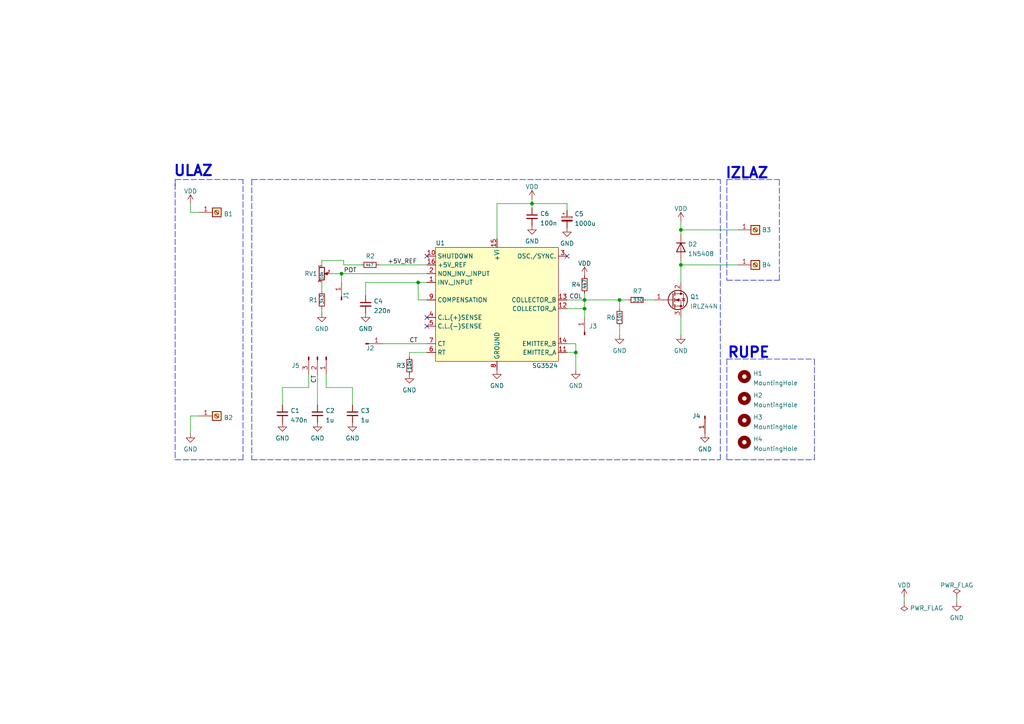
<source format=kicad_sch>
(kicad_sch (version 20211123) (generator eeschema)
  (paper "A4")
  (title_block (title "Tranzistorski chopper") (date "2022-02-02") (rev "1") (company "TVZ"))
  (lib_symbols
    (symbol "Connector:Conn_01x01_Male" (pin_names (offset 1.016) hide)
      (property "Reference" "J" (at 0 2.54 0))
      (property "Value" "Conn_01x01_Male" (at 0 -2.54 0))
      (symbol "Conn_01x01_Male_1_1"
        (polyline (pts (xy 1.27 0) (xy 0.8636 0)) (stroke (width 0.1524)))
        (rectangle (start 0.8636 0.127) (end 0 -0.127) (stroke (width 0.1524)) (fill (type outline)))
        (pin passive line (at 5.08 0 180) (length 3.81) (name "Pin_1") (number "1"))
      )
    )
    (symbol "Connector:Conn_01x03_Male" (pin_names (offset 1.016) hide)
      (property "Reference" "J" (at 0 5.08 0))
      (property "Value" "Conn_01x03_Male" (at 0 -5.08 0))
      (symbol "Conn_01x03_Male_1_1"
        (polyline (pts (xy 1.27 -2.54) (xy 0.8636 -2.54)) (stroke (width 0.1524)))
        (polyline (pts (xy 1.27 0) (xy 0.8636 0)) (stroke (width 0.1524)))
        (polyline (pts (xy 1.27 2.54) (xy 0.8636 2.54)) (stroke (width 0.1524)))
        (rectangle (start 0.8636 -2.413) (end 0 -2.667) (stroke (width 0.1524)) (fill (type outline)))
        (rectangle (start 0.8636 0.127) (end 0 -0.127) (stroke (width 0.1524)) (fill (type outline)))
        (rectangle (start 0.8636 2.667) (end 0 2.413) (stroke (width 0.1524)) (fill (type outline)))
        (pin passive line (at 5.08 2.54 180) (length 3.81) (name "Pin_1") (number "1"))
        (pin passive line (at 5.08 0 180) (length 3.81) (name "Pin_2") (number "2"))
        (pin passive line (at 5.08 -2.54 180) (length 3.81) (name "Pin_3") (number "3"))
      )
    )
    (symbol "Connector:Screw_Terminal_01x01" (pin_names (offset 1.016) hide)
      (property "Reference" "J" (at 0 2.54 0))
      (property "Value" "Screw_Terminal_01x01" (at 0 -2.54 0))
      (symbol "Screw_Terminal_01x01_1_1"
        (rectangle (start -1.27 1.27) (end 1.27 -1.27) (stroke (width 0.254)) (fill (type background)))
        (polyline (pts (xy -0.5334 0.3302) (xy 0.3302 -0.508)) (stroke (width 0.1524)))
        (polyline (pts (xy -0.3556 0.508) (xy 0.508 -0.3302)) (stroke (width 0.1524)))
        (circle (center 0 0) (radius 0.635) (stroke (width 0.1524)))
        (pin passive line (at -5.08 0 0) (length 3.81) (name "Pin_1") (number "1"))
      )
    )
    (symbol "Device:C_Polarized_Small" (pin_numbers hide) (pin_names (offset 0.254) hide)
      (property "Reference" "C" (at 0.254 1.778 0))
      (property "Value" "C_Polarized_Small" (at 0.254 -2.032 0))
      (symbol "C_Polarized_Small_0_1"
        (rectangle (start -1.524 -0.3048) (end 1.524 -0.6858) (fill (type outline)))
        (rectangle (start -1.524 0.6858) (end 1.524 0.3048))
        (polyline (pts (xy -1.27 1.524) (xy -0.762 1.524)))
        (polyline (pts (xy -1.016 1.27) (xy -1.016 1.778)))
      )
      (symbol "C_Polarized_Small_1_1"
        (pin passive line (at 0 2.54 270) (length 1.8542) (name "~") (number "1"))
        (pin passive line (at 0 -2.54 90) (length 1.8542) (name "~") (number "2"))
      )
    )
    (symbol "Device:C_Small" (pin_numbers hide) (pin_names (offset 0.254) hide)
      (property "Reference" "C" (at 0.254 1.778 0))
      (property "Value" "C_Small" (at 0.254 -2.032 0))
      (symbol "C_Small_0_1"
        (polyline (pts (xy -1.524 -0.508) (xy 1.524 -0.508)) (stroke (width 0.3302)))
        (polyline (pts (xy -1.524 0.508) (xy 1.524 0.508)) (stroke (width 0.3048)))
      )
      (symbol "C_Small_1_1"
        (pin passive line (at 0 2.54 270) (length 2.032) (name "~") (number "1"))
        (pin passive line (at 0 -2.54 90) (length 2.032) (name "~") (number "2"))
      )
    )
    (symbol "Device:R_Potentiometer_Small" (pin_names (offset 1.016) hide)
      (property "Reference" "RV" (at -4.445 0 90))
      (property "Value" "R_Potentiometer_Small" (at -2.54 0 90))
      (symbol "R_Potentiometer_Small_0_1"
        (polyline (pts (xy 0.889 0) (xy 0.635 0) (xy 1.651 0.381) (xy 1.651 -0.381) (xy 0.635 0) (xy 0.889 0)) (fill (type outline)))
        (rectangle (start 0.762 1.8034) (end -0.762 -1.8034) (stroke (width 0.254)))
      )
      (symbol "R_Potentiometer_Small_1_1"
        (pin passive line (at 0 2.54 270) (length 0.635) (name "1") (number "1"))
        (pin passive line (at 2.54 0 180) (length 0.9906) (name "2") (number "2"))
        (pin passive line (at 0 -2.54 90) (length 0.635) (name "3") (number "3"))
      )
    )
    (symbol "Device:R_Small" (pin_numbers hide) (pin_names (offset 0.254) hide)
      (property "Reference" "R" (at 0.762 0.508 0))
      (property "Value" "R_Small" (at 0.762 -1.016 0))
      (symbol "R_Small_0_1"
        (rectangle (start -0.762 1.778) (end 0.762 -1.778) (stroke (width 0.2032)))
      )
      (symbol "R_Small_1_1"
        (pin passive line (at 0 2.54 270) (length 0.762) (name "~") (number "1"))
        (pin passive line (at 0 -2.54 90) (length 0.762) (name "~") (number "2"))
      )
    )
    (symbol "Diode:1N5408" (pin_numbers hide) (pin_names (offset 1.016) hide)
      (property "Reference" "D" (at 0 2.54 0))
      (property "Value" "1N5408" (at 0 -2.54 0))
      (symbol "1N5408_0_1"
        (polyline (pts (xy -1.27 1.27) (xy -1.27 -1.27)) (stroke (width 0.254)))
        (polyline (pts (xy 1.27 0) (xy -1.27 0)))
        (polyline (pts (xy 1.27 1.27) (xy 1.27 -1.27) (xy -1.27 0) (xy 1.27 1.27)) (stroke (width 0.254)))
      )
      (symbol "1N5408_1_1"
        (pin passive line (at -3.81 0 0) (length 2.54) (name "K") (number "1"))
        (pin passive line (at 3.81 0 180) (length 2.54) (name "A") (number "2"))
      )
    )
    (symbol "Mechanical:MountingHole" (pin_names (offset 1.016))
      (property "Reference" "H" (at 0 5.08 0))
      (property "Value" "MountingHole" (at 0 3.175 0))
      (symbol "MountingHole_0_1"
        (circle (center 0 0) (radius 1.27) (stroke (width 1.27)))
      )
    )
    (symbol "Simboli:SG3524"
      (property "Reference" "U" (at -17.78 17.78 0))
      (property "Value" "SG3524" (at 12.7 -20.32 0))
      (symbol "SG3524_0_0"
        (pin passive line (at -20.32 5.08 0) (length 2.54) (name "INV._INPUT") (number "1"))
        (pin passive line (at -20.32 12.7 0) (length 2.54) (name "SHUTDOWN") (number "10"))
        (pin passive line (at 20.32 -15.24 180) (length 2.54) (name "EMITTER_A") (number "11"))
        (pin passive line (at 20.32 -2.54 180) (length 2.54) (name "COLLECTOR_A") (number "12"))
        (pin passive line (at 20.32 0 180) (length 2.54) (name "COLLECTOR_B") (number "13"))
        (pin passive line (at 20.32 -12.7 180) (length 2.54) (name "EMITTER_B") (number "14"))
        (pin passive line (at 0 17.78 270) (length 2.54) (name "+Vi") (number "15"))
        (pin passive line (at -20.32 10.16 0) (length 2.54) (name "+5V_REF") (number "16"))
        (pin passive line (at -20.32 7.62 0) (length 2.54) (name "NON_INV._INPUT") (number "2"))
        (pin passive line (at 20.32 12.7 180) (length 2.54) (name "OSC./SYNC.") (number "3"))
        (pin passive line (at -20.32 -5.08 0) (length 2.54) (name "C.L.(+)SENSE") (number "4"))
        (pin passive line (at -20.32 -7.62 0) (length 2.54) (name "C.L.(-)SENSE") (number "5"))
        (pin passive line (at -20.32 -15.24 0) (length 2.54) (name "RT") (number "6"))
        (pin passive line (at -20.32 -12.7 0) (length 2.54) (name "CT") (number "7"))
        (pin passive line (at 0 -20.32 90) (length 2.54) (name "GROUND") (number "8"))
        (pin passive line (at -20.32 0 0) (length 2.54) (name "COMPENSATION") (number "9"))
      )
      (symbol "SG3524_0_1"
        (rectangle (start -17.78 15.24) (end 17.78 -17.78) (fill (type background)))
      )
    )
    (symbol "Transistor_FET:IRLZ44N" (pin_names hide)
      (property "Reference" "Q" (at 6.35 1.905 0))
      (property "Value" "IRLZ44N" (at 6.35 0 0))
      (symbol "IRLZ44N_0_1"
        (polyline (pts (xy 0.254 0) (xy -2.54 0)))
        (polyline (pts (xy 0.254 1.905) (xy 0.254 -1.905)) (stroke (width 0.254)))
        (polyline (pts (xy 0.762 -1.27) (xy 0.762 -2.286)) (stroke (width 0.254)))
        (polyline (pts (xy 0.762 0.508) (xy 0.762 -0.508)) (stroke (width 0.254)))
        (polyline (pts (xy 0.762 2.286) (xy 0.762 1.27)) (stroke (width 0.254)))
        (polyline (pts (xy 2.54 2.54) (xy 2.54 1.778)))
        (polyline (pts (xy 2.54 -2.54) (xy 2.54 0) (xy 0.762 0)))
        (polyline (pts (xy 0.762 -1.778) (xy 3.302 -1.778) (xy 3.302 1.778) (xy 0.762 1.778)))
        (polyline (pts (xy 1.016 0) (xy 2.032 0.381) (xy 2.032 -0.381) (xy 1.016 0)) (fill (type outline)))
        (polyline (pts (xy 2.794 0.508) (xy 2.921 0.381) (xy 3.683 0.381) (xy 3.81 0.254)))
        (polyline (pts (xy 3.302 0.381) (xy 2.921 -0.254) (xy 3.683 -0.254) (xy 3.302 0.381)))
        (circle (center 1.651 0) (radius 2.794) (stroke (width 0.254)))
        (circle (center 2.54 -1.778) (radius 0.254) (fill (type outline)))
        (circle (center 2.54 1.778) (radius 0.254) (fill (type outline)))
      )
      (symbol "IRLZ44N_1_1"
        (pin input line (at -5.08 0 0) (length 2.54) (name "G") (number "1"))
        (pin passive line (at 2.54 5.08 270) (length 2.54) (name "D") (number "2"))
        (pin passive line (at 2.54 -5.08 90) (length 2.54) (name "S") (number "3"))
      )
    )
    (symbol "power:GND" (power) (pin_names (offset 0))
      (property "Value" "GND" (at 0 -3.81 0))
      (symbol "GND_0_1"
        (polyline (pts (xy 0 0) (xy 0 -1.27) (xy 1.27 -1.27) (xy 0 -2.54) (xy -1.27 -1.27) (xy 0 -1.27)))
      )
      (symbol "GND_1_1"
        (pin power_in line (at 0 0 270) (length 0) hide (name "GND") (number "1"))
      )
    )
    (symbol "power:PWR_FLAG" (power) (pin_numbers hide) (pin_names (offset 0) hide)
      (property "Value" "PWR_FLAG" (at 0 3.81 0))
      (symbol "PWR_FLAG_0_0"
        (pin power_out line (at 0 0 90) (length 0) (name "pwr") (number "1"))
      )
      (symbol "PWR_FLAG_0_1"
        (polyline (pts (xy 0 0) (xy 0 1.27) (xy -1.016 1.905) (xy 0 2.54) (xy 1.016 1.905) (xy 0 1.27)))
      )
    )
    (symbol "power:VDD" (power) (pin_names (offset 0))
      (property "Value" "VDD" (at 0 3.81 0))
      (symbol "VDD_0_1"
        (polyline (pts (xy -0.762 1.27) (xy 0 2.54)))
        (polyline (pts (xy 0 0) (xy 0 2.54)))
        (polyline (pts (xy 0 2.54) (xy 0.762 1.27)))
      )
      (symbol "VDD_1_1"
        (pin power_in line (at 0 0 90) (length 0) hide (name "VDD") (number "1"))
      )
    )
  )
  (junction (at 154.305 59.055))
  (junction (at 179.705 86.995))
  (junction (at 121.285 81.915))
  (junction (at 197.485 76.835))
  (junction (at 197.485 66.675))
  (junction (at 167.005 102.235))
  (junction (at 99.06 79.375))
  (junction (at 169.545 86.995))
  (junction (at 169.545 89.535))
  (no_connect (at 164.465 74.295))
  (no_connect (at 123.825 74.295))
  (no_connect (at 123.825 92.075))
  (no_connect (at 123.825 94.615))
  (wire (pts (xy 262.255 173.355) (xy 262.255 174.625)))
  (wire (pts (xy 164.465 102.235) (xy 167.005 102.235)))
  (wire (pts (xy 197.485 92.075) (xy 197.485 97.155)))
  (wire (pts (xy 197.485 67.945) (xy 197.485 66.675)))
  (wire (pts (xy 94.615 108.585) (xy 94.615 112.395)))
  (wire (pts (xy 167.005 102.235) (xy 167.005 107.315)))
  (wire (pts (xy 106.045 81.915) (xy 121.285 81.915)))
  (wire (pts (xy 109.855 76.835) (xy 123.825 76.835)))
  (wire (pts (xy 55.245 61.595) (xy 57.785 61.595)))
  (polyline (pts (xy 73.025 52.07) (xy 208.915 52.07)))
  (polyline (pts (xy 50.8 53.34) (xy 50.8 133.35)))
  (wire (pts (xy 123.825 102.235) (xy 118.745 102.235)))
  (polyline (pts (xy 210.82 62.23) (xy 210.82 81.28)))
  (wire (pts (xy 179.705 86.995) (xy 182.245 86.995)))
  (wire (pts (xy 164.465 59.055) (xy 164.465 60.96)))
  (polyline (pts (xy 226.06 81.28) (xy 226.06 52.07)))
  (wire (pts (xy 93.345 81.915) (xy 93.345 84.455)))
  (polyline (pts (xy 210.82 133.35) (xy 236.22 133.35)))
  (wire (pts (xy 95.885 79.375) (xy 99.06 79.375)))
  (wire (pts (xy 89.535 112.395) (xy 81.915 112.395)))
  (polyline (pts (xy 50.8 52.07) (xy 50.8 53.975)))
  (wire (pts (xy 93.345 75.565) (xy 99.695 75.565)))
  (wire (pts (xy 154.305 59.055) (xy 144.145 59.055)))
  (wire (pts (xy 55.245 59.055) (xy 55.245 61.595)))
  (wire (pts (xy 179.705 94.615) (xy 179.705 97.155)))
  (polyline (pts (xy 50.8 133.35) (xy 70.485 133.35)))
  (wire (pts (xy 93.345 89.535) (xy 93.345 90.805)))
  (wire (pts (xy 164.465 99.695) (xy 167.005 99.695)))
  (wire (pts (xy 111.125 99.695) (xy 123.825 99.695)))
  (wire (pts (xy 99.06 79.375) (xy 123.825 79.375)))
  (polyline (pts (xy 210.82 52.07) (xy 210.82 62.23)))
  (polyline (pts (xy 208.915 133.35) (xy 208.915 52.07)))
  (wire (pts (xy 94.615 112.395) (xy 102.235 112.395)))
  (polyline (pts (xy 210.82 104.14) (xy 210.82 133.35)))
  (polyline (pts (xy 73.025 52.07) (xy 73.025 133.35)))
  (wire (pts (xy 81.915 112.395) (xy 81.915 117.475)))
  (wire (pts (xy 57.785 120.65) (xy 55.245 120.65)))
  (wire (pts (xy 118.745 102.235) (xy 118.745 103.505)))
  (wire (pts (xy 197.485 76.835) (xy 197.485 81.915)))
  (wire (pts (xy 123.825 81.915) (xy 121.285 81.915)))
  (wire (pts (xy 187.325 86.995) (xy 189.865 86.995)))
  (wire (pts (xy 93.345 76.835) (xy 93.345 75.565)))
  (polyline (pts (xy 210.82 52.07) (xy 226.06 52.07)))
  (wire (pts (xy 89.535 108.585) (xy 89.535 112.395)))
  (wire (pts (xy 169.545 85.09) (xy 169.545 86.995)))
  (wire (pts (xy 102.235 112.395) (xy 102.235 117.475)))
  (wire (pts (xy 164.465 89.535) (xy 169.545 89.535)))
  (wire (pts (xy 99.695 76.835) (xy 104.775 76.835)))
  (wire (pts (xy 154.305 59.055) (xy 154.305 60.325)))
  (wire (pts (xy 277.495 173.355) (xy 277.495 174.625)))
  (wire (pts (xy 164.465 86.995) (xy 169.545 86.995)))
  (wire (pts (xy 169.545 86.995) (xy 179.705 86.995)))
  (polyline (pts (xy 70.485 133.35) (xy 70.485 53.34)))
  (wire (pts (xy 144.145 59.055) (xy 144.145 69.215)))
  (wire (pts (xy 197.485 76.835) (xy 197.485 75.565)))
  (polyline (pts (xy 210.82 81.28) (xy 226.06 81.28)))
  (wire (pts (xy 92.075 108.585) (xy 92.075 117.475)))
  (polyline (pts (xy 236.22 133.35) (xy 236.22 104.14)))
  (wire (pts (xy 197.485 76.835) (xy 213.995 76.835)))
  (wire (pts (xy 106.045 85.725) (xy 106.045 81.915)))
  (wire (pts (xy 99.06 79.375) (xy 99.06 81.915)))
  (polyline (pts (xy 73.025 133.35) (xy 208.915 133.35)))
  (wire (pts (xy 179.705 86.995) (xy 179.705 89.535)))
  (wire (pts (xy 197.485 66.675) (xy 213.995 66.675)))
  (wire (pts (xy 154.305 59.055) (xy 164.465 59.055)))
  (wire (pts (xy 121.285 86.995) (xy 121.285 81.915)))
  (wire (pts (xy 167.005 99.695) (xy 167.005 102.235)))
  (polyline (pts (xy 50.8 53.34) (xy 50.8 53.975)))
  (polyline (pts (xy 70.485 52.07) (xy 70.485 53.34)))
  (wire (pts (xy 169.545 86.995) (xy 169.545 89.535)))
  (wire (pts (xy 99.695 75.565) (xy 99.695 76.835)))
  (wire (pts (xy 154.305 57.785) (xy 154.305 59.055)))
  (polyline (pts (xy 50.8 52.07) (xy 70.485 52.07)))
  (wire (pts (xy 197.485 64.135) (xy 197.485 66.675)))
  (polyline (pts (xy 210.82 104.14) (xy 236.22 104.14)))
  (wire (pts (xy 123.825 86.995) (xy 121.285 86.995)))
  (wire (pts (xy 169.545 89.535) (xy 169.545 92.075)))
  (wire (pts (xy 55.245 120.65) (xy 55.245 125.73)))
  (text "RUPE" (at 210.82 104.14 0) (effects (font (size 3 3) (thickness 0.6) bold) (justify left bottom)))
  (text "IZLAZ" (at 210.185 52.07 0) (effects (font (size 3 3) (thickness 0.6) bold) (justify left bottom)))
  (text "ULAZ" (at 50.165 51.435 0) (effects (font (size 3 3) (thickness 0.6) bold) (justify left bottom)))
  (label "COL" (at 165.1 86.995 0))
  (label "CT" (at 118.745 99.695 0))
  (label "POT" (at 99.695 79.375 0))
  (label "CT" (at 92.075 111.125 90))
  (label "+5V_REF" (at 112.395 76.835 0))
  (symbol (lib_id "Device:R_Small") (at 169.545 82.55 0) (unit 1)
    (property "Reference" "R4" (at 165.735 82.55 0) (effects (justify left)))
    (property "Value" "4k7" (at 169.545 83.82 90) (effects (font (size 1 1)) (justify left)))
    (property "Footprint" "Resistor_THT:R_Axial_DIN0207_L6.3mm_D2.5mm_P10.16mm_Horizontal" (effects hide))
  )
  (symbol (lib_id "Mechanical:MountingHole") (at 215.9 115.57 0) (unit 1)
    (property "Reference" "H2" (at 218.44 114.6615 0) (effects (justify left)))
    (property "Value" "MountingHole" (at 218.44 117.4366 0) (effects (justify left)))
    (property "Footprint" "footprint:MountingHole_3.2mm_M3" (effects hide))
  )
  (symbol (lib_id "Mechanical:MountingHole") (at 215.9 128.27 0) (unit 1)
    (property "Reference" "H4" (at 218.44 127.3615 0) (effects (justify left)))
    (property "Value" "MountingHole" (at 218.44 130.1366 0) (effects (justify left)))
    (property "Footprint" "footprint:MountingHole_3.2mm_M3" (effects hide))
  )
  (symbol (lib_id "Connector:Conn_01x01_Male") (at 106.045 99.695 0) (unit 1)
    (property "Reference" "J2" (at 108.585 100.965 0) (effects (justify right)))
    (property "Value" "Conn_01x01_Male" (effects hide))
    (property "Footprint" "footprint:oscil" (effects hide))
  )
  (symbol (lib_id "Connector:Conn_01x01_Male") (at 99.06 86.995 90) (unit 1)
    (property "Reference" "J1" (at 100.33 84.455 0) (effects (justify right)))
    (property "Value" "Conn_01x01_Male" (effects hide))
    (property "Footprint" "footprint:oscil" (effects hide))
  )
  (symbol (lib_id "Device:R_Small") (at 184.785 86.995 270) (unit 1)
    (property "Reference" "R7" (at 183.515 84.455 90) (effects (justify left)))
    (property "Value" "330" (at 183.515 86.995 90) (effects (font (size 1 1)) (justify left)))
    (property "Footprint" "Resistor_THT:R_Axial_DIN0207_L6.3mm_D2.5mm_P10.16mm_Horizontal" (effects hide))
  )
  (symbol (lib_id "Connector:Screw_Terminal_01x01") (at 62.865 61.595 0) (unit 1)
    (property "Reference" "B1" (at 64.897 62.074 0) (effects (justify left)))
    (property "Value" "Screw_Terminal_01x01" (effects hide))
    (property "Footprint" "footprint:DELTRON 4mm banana socket - red" (effects hide))
  )
  (symbol (lib_id "Device:R_Small") (at 179.705 92.075 0) (unit 1)
    (property "Reference" "R6" (at 175.895 92.075 0) (effects (justify left)))
    (property "Value" "10k" (at 179.705 93.345 90) (effects (font (size 1 1)) (justify left)))
    (property "Footprint" "Resistor_THT:R_Axial_DIN0207_L6.3mm_D2.5mm_P10.16mm_Horizontal" (effects hide))
  )
  (symbol (lib_id "power:GND") (at 179.705 97.155 0) (unit 1)
    (property "Reference" "#PWR0103" (effects hide))
    (property "Value" "GND" (at 179.705 101.7175 0))
  )
  (symbol (lib_id "Mechanical:MountingHole") (at 215.9 109.22 0) (unit 1)
    (property "Reference" "H1" (at 218.44 108.3115 0) (effects (justify left)))
    (property "Value" "MountingHole" (at 218.44 111.0866 0) (effects (justify left)))
    (property "Footprint" "footprint:MountingHole_3.2mm_M3" (effects hide))
  )
  (symbol (lib_id "Device:C_Small") (at 154.305 62.865 0) (unit 1)
    (property "Reference" "C6" (at 156.6291 61.9628 0) (effects (justify left)))
    (property "Value" "100n" (at 156.6291 64.7379 0) (effects (justify left)))
    (property "Footprint" "Capacitor_THT:C_Rect_L7.2mm_W2.5mm_P5.00mm_FKS2_FKP2_MKS2_MKP2" (effects hide))
  )
  (symbol (lib_id "Connector:Conn_01x01_Male") (at 169.545 97.155 90) (unit 1)
    (property "Reference" "J3" (at 170.815 94.615 90) (effects (justify right)))
    (property "Value" "Conn_01x01_Male" (effects hide))
    (property "Footprint" "footprint:oscil" (effects hide))
  )
  (symbol (lib_id "power:VDD") (at 197.485 64.135 0) (unit 1)
    (property "Reference" "#PWR021" (effects hide))
    (property "Value" "VDD" (at 197.485 60.5305 0))
  )
  (symbol (lib_id "Transistor_FET:IRLZ44N") (at 194.945 86.995 0) (unit 1)
    (property "Reference" "Q1" (at 200.152 86.0865 0) (effects (justify left)))
    (property "Value" "IRLZ44N" (at 200.152 88.8616 0) (effects (justify left)))
    (property "Footprint" "footprint:TO-220F-3_Horizontal_TabDown" (effects hide))
    (property "Datasheet" "http://www.irf.com/product-info/datasheets/data/irlz44n.pdf" (effects hide))
  )
  (symbol (lib_id "Diode:1N5408") (at 197.485 71.755 270) (unit 1)
    (property "Reference" "D2" (at 199.517 70.8465 90) (effects (justify left)))
    (property "Value" "1N5408" (at 199.517 73.6216 90) (effects (justify left)))
    (property "Footprint" "Diode_THT:D_DO-201AD_P15.24mm_Horizontal" (effects hide))
    (property "Datasheet" "http://www.vishay.com/docs/88516/1n5400.pdf" (effects hide))
  )
  (symbol (lib_id "Simboli:SG3524") (at 144.145 86.995 0) (unit 1)
    (property "Reference" "U1" (at 126.365 70.485 0) (effects (justify left)))
    (property "Value" "SG3524" (at 154.305 106.045 0) (effects (justify left)))
    (property "Footprint" "Package_DIP:DIP-16_W7.62mm_Socket_LongPads" (effects hide))
  )
  (symbol (lib_id "Connector:Conn_01x01_Male") (at 204.47 120.65 270) (unit 1)
    (property "Reference" "J4" (at 203.2 120.65 90) (effects (justify right)))
    (property "Value" "Conn_01x01_Male" (effects hide))
    (property "Footprint" "footprint:oscil" (effects hide))
  )
  (symbol (lib_id "Connector:Screw_Terminal_01x01") (at 219.075 76.835 0) (unit 1)
    (property "Reference" "B4" (at 220.98 76.835 0) (effects (justify left)))
    (property "Value" "Screw_Terminal_01x01" (effects hide))
    (property "Footprint" "footprint:DELTRON 4mm banana socket - black" (effects hide))
  )
  (symbol (lib_id "power:GND") (at 55.245 125.73 0) (unit 1)
    (property "Reference" "#PWR03" (effects hide))
    (property "Value" "GND" (at 55.245 130.2925 0))
  )
  (symbol (lib_id "power:GND") (at 92.075 122.555 0) (unit 1)
    (property "Reference" "#PWR05" (effects hide))
    (property "Value" "GND" (at 92.075 127.1175 0))
  )
  (symbol (lib_id "Connector:Conn_01x03_Male") (at 92.075 103.505 270) (unit 1)
    (property "Reference" "J5" (at 85.725 106.045 90))
    (property "Value" "Conn_01x03_Male" (effects hide))
    (property "Footprint" "Connector_PinHeader_2.54mm:PinHeader_1x03_P2.54mm_Vertical" (effects hide))
  )
  (symbol (lib_id "power:GND") (at 167.005 107.315 0) (unit 1)
    (property "Reference" "#PWR017" (effects hide))
    (property "Value" "GND" (at 167.005 111.8775 0))
  )
  (symbol (lib_id "power:GND") (at 154.305 65.405 0) (unit 1)
    (property "Reference" "#PWR014" (effects hide))
    (property "Value" "GND" (at 154.305 69.9675 0))
  )
  (symbol (lib_id "power:VDD") (at 154.305 57.785 0) (unit 1)
    (property "Reference" "#PWR0105" (effects hide))
    (property "Value" "VDD" (at 154.305 54.1805 0))
  )
  (symbol (lib_id "power:GND") (at 204.47 125.73 0) (unit 1)
    (property "Reference" "#PWR024" (effects hide))
    (property "Value" "GND" (at 204.47 130.2925 0))
  )
  (symbol (lib_id "power:GND") (at 93.345 90.805 0) (unit 1)
    (property "Reference" "#PWR04" (effects hide))
    (property "Value" "GND" (at 93.345 95.3675 0))
  )
  (symbol (lib_id "power:GND") (at 144.145 107.315 0) (unit 1)
    (property "Reference" "#PWR012" (effects hide))
    (property "Value" "GND" (at 144.145 111.8775 0))
  )
  (symbol (lib_id "power:VDD") (at 169.545 80.01 0) (unit 1)
    (property "Reference" "#PWR0102" (effects hide))
    (property "Value" "VDD" (at 169.545 76.4055 0))
  )
  (symbol (lib_id "power:PWR_FLAG") (at 262.255 174.625 180) (unit 1)
    (property "Reference" "#FLG0101" (effects hide))
    (property "Value" "PWR_FLAG" (at 263.906 176.374 0) (effects (justify right)))
  )
  (symbol (lib_id "power:GND") (at 277.495 174.625 0) (unit 1)
    (property "Reference" "#PWR0107" (effects hide))
    (property "Value" "GND" (at 277.495 179.1875 0))
  )
  (symbol (lib_id "power:GND") (at 102.235 122.555 0) (unit 1)
    (property "Reference" "#PWR07" (effects hide))
    (property "Value" "GND" (at 102.235 127.1175 0))
  )
  (symbol (lib_id "power:GND") (at 106.045 90.805 0) (unit 1)
    (property "Reference" "#PWR06" (effects hide))
    (property "Value" "GND" (at 106.045 95.3675 0))
  )
  (symbol (lib_id "Device:R_Small") (at 107.315 76.835 270) (unit 1)
    (property "Reference" "R2" (at 106.045 74.295 90) (effects (justify left)))
    (property "Value" "4k7" (at 106.045 76.835 90) (effects (font (size 0.8 0.8)) (justify left)))
    (property "Footprint" "Resistor_THT:R_Axial_DIN0207_L6.3mm_D2.5mm_P10.16mm_Horizontal" (effects hide))
  )
  (symbol (lib_id "power:GND") (at 118.745 108.585 0) (unit 1)
    (property "Reference" "#PWR08" (effects hide))
    (property "Value" "GND" (at 118.745 113.1475 0))
  )
  (symbol (lib_id "power:VDD") (at 55.245 59.055 0) (unit 1)
    (property "Reference" "#PWR02" (effects hide))
    (property "Value" "VDD" (at 55.245 55.4505 0))
  )
  (symbol (lib_id "Mechanical:MountingHole") (at 215.9 121.92 0) (unit 1)
    (property "Reference" "H3" (at 218.44 121.0115 0) (effects (justify left)))
    (property "Value" "MountingHole" (at 218.44 123.7866 0) (effects (justify left)))
    (property "Footprint" "footprint:MountingHole_3.2mm_M3" (effects hide))
  )
  (symbol (lib_id "Device:R_Small") (at 93.345 86.995 0) (unit 1)
    (property "Reference" "R1" (at 89.535 86.995 0) (effects (justify left)))
    (property "Value" "3k3" (at 93.345 88.265 90) (effects (font (size 1 1)) (justify left)))
    (property "Footprint" "Resistor_THT:R_Axial_DIN0207_L6.3mm_D2.5mm_P10.16mm_Horizontal" (effects hide))
  )
  (symbol (lib_id "Connector:Screw_Terminal_01x01") (at 219.075 66.675 0) (unit 1)
    (property "Reference" "B3" (at 220.98 66.675 0) (effects (justify left)))
    (property "Value" "Screw_Terminal_01x01" (effects hide))
    (property "Footprint" "footprint:DELTRON 4mm banana socket - red" (effects hide))
  )
  (symbol (lib_id "Device:C_Small") (at 102.235 120.015 0) (unit 1)
    (property "Reference" "C3" (at 104.5591 119.1128 0) (effects (justify left)))
    (property "Value" "1u" (at 104.5591 121.8879 0) (effects (justify left)))
    (property "Footprint" "Capacitor_THT:C_Rect_L7.2mm_W2.5mm_P5.00mm_FKS2_FKP2_MKS2_MKP2" (effects hide))
  )
  (symbol (lib_id "Device:C_Small") (at 106.045 88.265 0) (unit 1)
    (property "Reference" "C4" (at 108.3691 87.3628 0) (effects (justify left)))
    (property "Value" "220n" (at 108.3691 90.1379 0) (effects (justify left)))
    (property "Footprint" "Capacitor_THT:C_Rect_L7.2mm_W2.5mm_P5.00mm_FKS2_FKP2_MKS2_MKP2" (effects hide))
  )
  (symbol (lib_id "power:GND") (at 81.915 122.555 0) (unit 1)
    (property "Reference" "#PWR01" (effects hide))
    (property "Value" "GND" (at 81.915 127.1175 0))
  )
  (symbol (lib_id "Device:R_Potentiometer_Small") (at 93.345 79.375 0) (unit 1)
    (property "Reference" "RV1" (at 92.075 79.375 0) (effects (justify right)))
    (property "Value" "10k" (at 93.345 78.74 90) (effects (font (size 0.8 0.8)) (justify right)))
    (property "Footprint" "footprint:PTV09A-4225F-B502" (effects hide))
  )
  (symbol (lib_id "Device:C_Small") (at 81.915 120.015 0) (unit 1)
    (property "Reference" "C1" (at 84.2391 119.1128 0) (effects (justify left)))
    (property "Value" "470n" (at 84.2391 121.8879 0) (effects (justify left)))
    (property "Footprint" "Capacitor_THT:C_Rect_L7.2mm_W2.5mm_P5.00mm_FKS2_FKP2_MKS2_MKP2" (effects hide))
  )
  (symbol (lib_id "power:GND") (at 164.465 66.04 0) (unit 1)
    (property "Reference" "#PWR0106" (effects hide))
    (property "Value" "GND" (at 164.465 70.6025 0))
  )
  (symbol (lib_id "Device:C_Small") (at 92.075 120.015 0) (unit 1)
    (property "Reference" "C2" (at 94.3991 119.1128 0) (effects (justify left)))
    (property "Value" "1u" (at 94.3991 121.8879 0) (effects (justify left)))
    (property "Footprint" "Capacitor_THT:C_Rect_L7.2mm_W2.5mm_P5.00mm_FKS2_FKP2_MKS2_MKP2" (effects hide))
  )
  (symbol (lib_id "Device:C_Polarized_Small") (at 164.465 63.5 0) (unit 1)
    (property "Reference" "C5" (at 166.624 62.0454 0) (effects (justify left)))
    (property "Value" "1000u" (at 166.624 64.8205 0) (effects (justify left)))
    (property "Footprint" "Capacitor_THT:CP_Radial_D17.0mm_P7.50mm" (effects hide))
  )
  (symbol (lib_id "Device:R_Small") (at 118.745 106.045 0) (unit 1)
    (property "Reference" "R3" (at 114.935 106.045 0) (effects (justify left)))
    (property "Value" "10k" (at 118.745 107.315 90) (effects (font (size 1 1)) (justify left)))
    (property "Footprint" "Resistor_THT:R_Axial_DIN0207_L6.3mm_D2.5mm_P10.16mm_Horizontal" (effects hide))
  )
  (symbol (lib_id "power:PWR_FLAG") (at 277.495 173.355 0) (unit 1)
    (property "Reference" "#FLG0102" (effects hide))
    (property "Value" "PWR_FLAG" (at 277.495 169.7505 0))
  )
  (symbol (lib_id "power:VDD") (at 262.255 173.355 0) (unit 1)
    (property "Reference" "#PWR0108" (effects hide))
    (property "Value" "VDD" (at 262.255 169.7505 0))
  )
  (symbol (lib_id "power:GND") (at 197.485 97.155 0) (unit 1)
    (property "Reference" "#PWR0104" (effects hide))
    (property "Value" "GND" (at 197.485 101.7175 0))
  )
  (symbol (lib_id "Connector:Screw_Terminal_01x01") (at 62.865 120.65 0) (unit 1)
    (property "Reference" "B2" (at 64.897 121.129 0) (effects (justify left)))
    (property "Value" "Screw_Terminal_01x01" (effects hide))
    (property "Footprint" "footprint:DELTRON 4mm banana socket - black" (effects hide))
  )
)
</source>
